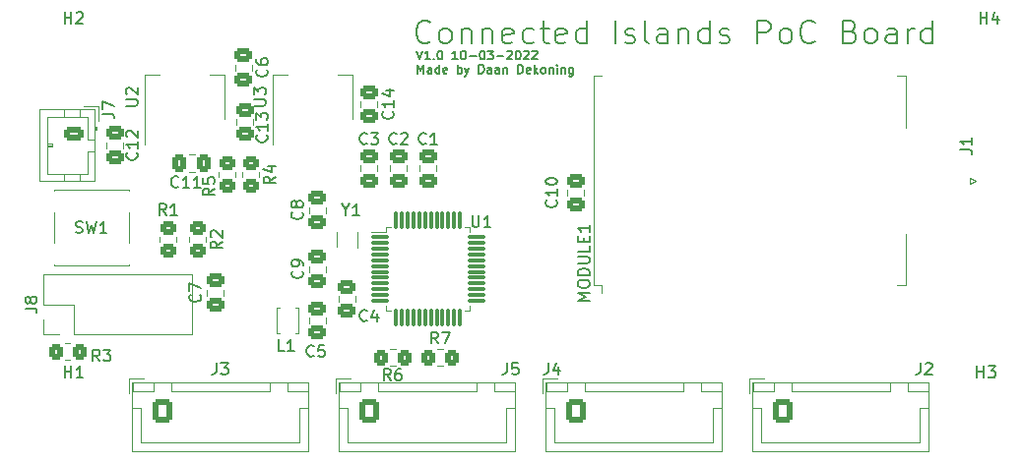
<source format=gto>
%TF.GenerationSoftware,KiCad,Pcbnew,(6.0.1)*%
%TF.CreationDate,2022-03-10T11:46:57+01:00*%
%TF.ProjectId,ci-poc-board,63692d70-6f63-42d6-926f-6172642e6b69,rev?*%
%TF.SameCoordinates,Original*%
%TF.FileFunction,Legend,Top*%
%TF.FilePolarity,Positive*%
%FSLAX46Y46*%
G04 Gerber Fmt 4.6, Leading zero omitted, Abs format (unit mm)*
G04 Created by KiCad (PCBNEW (6.0.1)) date 2022-03-10 11:46:57*
%MOMM*%
%LPD*%
G01*
G04 APERTURE LIST*
G04 Aperture macros list*
%AMRoundRect*
0 Rectangle with rounded corners*
0 $1 Rounding radius*
0 $2 $3 $4 $5 $6 $7 $8 $9 X,Y pos of 4 corners*
0 Add a 4 corners polygon primitive as box body*
4,1,4,$2,$3,$4,$5,$6,$7,$8,$9,$2,$3,0*
0 Add four circle primitives for the rounded corners*
1,1,$1+$1,$2,$3*
1,1,$1+$1,$4,$5*
1,1,$1+$1,$6,$7*
1,1,$1+$1,$8,$9*
0 Add four rect primitives between the rounded corners*
20,1,$1+$1,$2,$3,$4,$5,0*
20,1,$1+$1,$4,$5,$6,$7,0*
20,1,$1+$1,$6,$7,$8,$9,0*
20,1,$1+$1,$8,$9,$2,$3,0*%
G04 Aperture macros list end*
%ADD10C,0.150000*%
%ADD11C,0.120000*%
%ADD12RoundRect,0.250000X-0.600000X-0.725000X0.600000X-0.725000X0.600000X0.725000X-0.600000X0.725000X0*%
%ADD13O,1.700000X1.950000*%
%ADD14RoundRect,0.250000X0.337500X0.475000X-0.337500X0.475000X-0.337500X-0.475000X0.337500X-0.475000X0*%
%ADD15R,1.500000X2.000000*%
%ADD16R,3.800000X2.000000*%
%ADD17RoundRect,0.250000X-0.475000X0.337500X-0.475000X-0.337500X0.475000X-0.337500X0.475000X0.337500X0*%
%ADD18R,1.016000X1.524000*%
%ADD19R,1.524000X1.016000*%
%ADD20RoundRect,0.250000X-0.450000X0.350000X-0.450000X-0.350000X0.450000X-0.350000X0.450000X0.350000X0*%
%ADD21RoundRect,0.250000X0.475000X-0.337500X0.475000X0.337500X-0.475000X0.337500X-0.475000X-0.337500X0*%
%ADD22R,5.080000X1.500000*%
%ADD23RoundRect,0.250000X0.450000X-0.350000X0.450000X0.350000X-0.450000X0.350000X-0.450000X-0.350000X0*%
%ADD24RoundRect,0.250000X-0.350000X-0.450000X0.350000X-0.450000X0.350000X0.450000X-0.350000X0.450000X0*%
%ADD25C,5.600000*%
%ADD26R,1.000000X0.900000*%
%ADD27R,1.550000X1.300000*%
%ADD28RoundRect,0.075000X-0.662500X-0.075000X0.662500X-0.075000X0.662500X0.075000X-0.662500X0.075000X0*%
%ADD29RoundRect,0.075000X-0.075000X-0.662500X0.075000X-0.662500X0.075000X0.662500X-0.075000X0.662500X0*%
%ADD30RoundRect,0.250000X0.350000X0.450000X-0.350000X0.450000X-0.350000X-0.450000X0.350000X-0.450000X0*%
%ADD31R,1.700000X1.700000*%
%ADD32O,1.700000X1.700000*%
%ADD33RoundRect,0.250000X-0.625000X0.350000X-0.625000X-0.350000X0.625000X-0.350000X0.625000X0.350000X0*%
%ADD34O,1.750000X1.200000*%
%ADD35R,1.800000X1.000000*%
G04 APERTURE END LIST*
D10*
X93005928Y-52325535D02*
X93255928Y-53075535D01*
X93505928Y-52325535D01*
X94148785Y-53075535D02*
X93720214Y-53075535D01*
X93934500Y-53075535D02*
X93934500Y-52325535D01*
X93863071Y-52432678D01*
X93791642Y-52504107D01*
X93720214Y-52539821D01*
X94470214Y-53004107D02*
X94505928Y-53039821D01*
X94470214Y-53075535D01*
X94434500Y-53039821D01*
X94470214Y-53004107D01*
X94470214Y-53075535D01*
X94970214Y-52325535D02*
X95041642Y-52325535D01*
X95113071Y-52361250D01*
X95148785Y-52396964D01*
X95184500Y-52468392D01*
X95220214Y-52611250D01*
X95220214Y-52789821D01*
X95184500Y-52932678D01*
X95148785Y-53004107D01*
X95113071Y-53039821D01*
X95041642Y-53075535D01*
X94970214Y-53075535D01*
X94898785Y-53039821D01*
X94863071Y-53004107D01*
X94827357Y-52932678D01*
X94791642Y-52789821D01*
X94791642Y-52611250D01*
X94827357Y-52468392D01*
X94863071Y-52396964D01*
X94898785Y-52361250D01*
X94970214Y-52325535D01*
X96505928Y-53075535D02*
X96077357Y-53075535D01*
X96291642Y-53075535D02*
X96291642Y-52325535D01*
X96220214Y-52432678D01*
X96148785Y-52504107D01*
X96077357Y-52539821D01*
X96970214Y-52325535D02*
X97041642Y-52325535D01*
X97113071Y-52361250D01*
X97148785Y-52396964D01*
X97184500Y-52468392D01*
X97220214Y-52611250D01*
X97220214Y-52789821D01*
X97184500Y-52932678D01*
X97148785Y-53004107D01*
X97113071Y-53039821D01*
X97041642Y-53075535D01*
X96970214Y-53075535D01*
X96898785Y-53039821D01*
X96863071Y-53004107D01*
X96827357Y-52932678D01*
X96791642Y-52789821D01*
X96791642Y-52611250D01*
X96827357Y-52468392D01*
X96863071Y-52396964D01*
X96898785Y-52361250D01*
X96970214Y-52325535D01*
X97541642Y-52789821D02*
X98113071Y-52789821D01*
X98613071Y-52325535D02*
X98684500Y-52325535D01*
X98755928Y-52361250D01*
X98791642Y-52396964D01*
X98827357Y-52468392D01*
X98863071Y-52611250D01*
X98863071Y-52789821D01*
X98827357Y-52932678D01*
X98791642Y-53004107D01*
X98755928Y-53039821D01*
X98684500Y-53075535D01*
X98613071Y-53075535D01*
X98541642Y-53039821D01*
X98505928Y-53004107D01*
X98470214Y-52932678D01*
X98434500Y-52789821D01*
X98434500Y-52611250D01*
X98470214Y-52468392D01*
X98505928Y-52396964D01*
X98541642Y-52361250D01*
X98613071Y-52325535D01*
X99113071Y-52325535D02*
X99577357Y-52325535D01*
X99327357Y-52611250D01*
X99434500Y-52611250D01*
X99505928Y-52646964D01*
X99541642Y-52682678D01*
X99577357Y-52754107D01*
X99577357Y-52932678D01*
X99541642Y-53004107D01*
X99505928Y-53039821D01*
X99434500Y-53075535D01*
X99220214Y-53075535D01*
X99148785Y-53039821D01*
X99113071Y-53004107D01*
X99898785Y-52789821D02*
X100470214Y-52789821D01*
X100791642Y-52396964D02*
X100827357Y-52361250D01*
X100898785Y-52325535D01*
X101077357Y-52325535D01*
X101148785Y-52361250D01*
X101184500Y-52396964D01*
X101220214Y-52468392D01*
X101220214Y-52539821D01*
X101184500Y-52646964D01*
X100755928Y-53075535D01*
X101220214Y-53075535D01*
X101684500Y-52325535D02*
X101755928Y-52325535D01*
X101827357Y-52361250D01*
X101863071Y-52396964D01*
X101898785Y-52468392D01*
X101934500Y-52611250D01*
X101934500Y-52789821D01*
X101898785Y-52932678D01*
X101863071Y-53004107D01*
X101827357Y-53039821D01*
X101755928Y-53075535D01*
X101684500Y-53075535D01*
X101613071Y-53039821D01*
X101577357Y-53004107D01*
X101541642Y-52932678D01*
X101505928Y-52789821D01*
X101505928Y-52611250D01*
X101541642Y-52468392D01*
X101577357Y-52396964D01*
X101613071Y-52361250D01*
X101684500Y-52325535D01*
X102220214Y-52396964D02*
X102255928Y-52361250D01*
X102327357Y-52325535D01*
X102505928Y-52325535D01*
X102577357Y-52361250D01*
X102613071Y-52396964D01*
X102648785Y-52468392D01*
X102648785Y-52539821D01*
X102613071Y-52646964D01*
X102184500Y-53075535D01*
X102648785Y-53075535D01*
X102934500Y-52396964D02*
X102970214Y-52361250D01*
X103041642Y-52325535D01*
X103220214Y-52325535D01*
X103291642Y-52361250D01*
X103327357Y-52396964D01*
X103363071Y-52468392D01*
X103363071Y-52539821D01*
X103327357Y-52646964D01*
X102898785Y-53075535D01*
X103363071Y-53075535D01*
X93113071Y-54283035D02*
X93113071Y-53533035D01*
X93363071Y-54068750D01*
X93613071Y-53533035D01*
X93613071Y-54283035D01*
X94291642Y-54283035D02*
X94291642Y-53890178D01*
X94255928Y-53818750D01*
X94184500Y-53783035D01*
X94041642Y-53783035D01*
X93970214Y-53818750D01*
X94291642Y-54247321D02*
X94220214Y-54283035D01*
X94041642Y-54283035D01*
X93970214Y-54247321D01*
X93934500Y-54175892D01*
X93934500Y-54104464D01*
X93970214Y-54033035D01*
X94041642Y-53997321D01*
X94220214Y-53997321D01*
X94291642Y-53961607D01*
X94970214Y-54283035D02*
X94970214Y-53533035D01*
X94970214Y-54247321D02*
X94898785Y-54283035D01*
X94755928Y-54283035D01*
X94684500Y-54247321D01*
X94648785Y-54211607D01*
X94613071Y-54140178D01*
X94613071Y-53925892D01*
X94648785Y-53854464D01*
X94684500Y-53818750D01*
X94755928Y-53783035D01*
X94898785Y-53783035D01*
X94970214Y-53818750D01*
X95613071Y-54247321D02*
X95541642Y-54283035D01*
X95398785Y-54283035D01*
X95327357Y-54247321D01*
X95291642Y-54175892D01*
X95291642Y-53890178D01*
X95327357Y-53818750D01*
X95398785Y-53783035D01*
X95541642Y-53783035D01*
X95613071Y-53818750D01*
X95648785Y-53890178D01*
X95648785Y-53961607D01*
X95291642Y-54033035D01*
X96541642Y-54283035D02*
X96541642Y-53533035D01*
X96541642Y-53818750D02*
X96613071Y-53783035D01*
X96755928Y-53783035D01*
X96827357Y-53818750D01*
X96863071Y-53854464D01*
X96898785Y-53925892D01*
X96898785Y-54140178D01*
X96863071Y-54211607D01*
X96827357Y-54247321D01*
X96755928Y-54283035D01*
X96613071Y-54283035D01*
X96541642Y-54247321D01*
X97148785Y-53783035D02*
X97327357Y-54283035D01*
X97505928Y-53783035D02*
X97327357Y-54283035D01*
X97255928Y-54461607D01*
X97220214Y-54497321D01*
X97148785Y-54533035D01*
X98363071Y-54283035D02*
X98363071Y-53533035D01*
X98541642Y-53533035D01*
X98648785Y-53568750D01*
X98720214Y-53640178D01*
X98755928Y-53711607D01*
X98791642Y-53854464D01*
X98791642Y-53961607D01*
X98755928Y-54104464D01*
X98720214Y-54175892D01*
X98648785Y-54247321D01*
X98541642Y-54283035D01*
X98363071Y-54283035D01*
X99434500Y-54283035D02*
X99434500Y-53890178D01*
X99398785Y-53818750D01*
X99327357Y-53783035D01*
X99184500Y-53783035D01*
X99113071Y-53818750D01*
X99434500Y-54247321D02*
X99363071Y-54283035D01*
X99184500Y-54283035D01*
X99113071Y-54247321D01*
X99077357Y-54175892D01*
X99077357Y-54104464D01*
X99113071Y-54033035D01*
X99184500Y-53997321D01*
X99363071Y-53997321D01*
X99434500Y-53961607D01*
X100113071Y-54283035D02*
X100113071Y-53890178D01*
X100077357Y-53818750D01*
X100005928Y-53783035D01*
X99863071Y-53783035D01*
X99791642Y-53818750D01*
X100113071Y-54247321D02*
X100041642Y-54283035D01*
X99863071Y-54283035D01*
X99791642Y-54247321D01*
X99755928Y-54175892D01*
X99755928Y-54104464D01*
X99791642Y-54033035D01*
X99863071Y-53997321D01*
X100041642Y-53997321D01*
X100113071Y-53961607D01*
X100470214Y-53783035D02*
X100470214Y-54283035D01*
X100470214Y-53854464D02*
X100505928Y-53818750D01*
X100577357Y-53783035D01*
X100684500Y-53783035D01*
X100755928Y-53818750D01*
X100791642Y-53890178D01*
X100791642Y-54283035D01*
X101720214Y-54283035D02*
X101720214Y-53533035D01*
X101898785Y-53533035D01*
X102005928Y-53568750D01*
X102077357Y-53640178D01*
X102113071Y-53711607D01*
X102148785Y-53854464D01*
X102148785Y-53961607D01*
X102113071Y-54104464D01*
X102077357Y-54175892D01*
X102005928Y-54247321D01*
X101898785Y-54283035D01*
X101720214Y-54283035D01*
X102755928Y-54247321D02*
X102684500Y-54283035D01*
X102541642Y-54283035D01*
X102470214Y-54247321D01*
X102434500Y-54175892D01*
X102434500Y-53890178D01*
X102470214Y-53818750D01*
X102541642Y-53783035D01*
X102684500Y-53783035D01*
X102755928Y-53818750D01*
X102791642Y-53890178D01*
X102791642Y-53961607D01*
X102434500Y-54033035D01*
X103113071Y-54283035D02*
X103113071Y-53533035D01*
X103184500Y-53997321D02*
X103398785Y-54283035D01*
X103398785Y-53783035D02*
X103113071Y-54068750D01*
X103827357Y-54283035D02*
X103755928Y-54247321D01*
X103720214Y-54211607D01*
X103684500Y-54140178D01*
X103684500Y-53925892D01*
X103720214Y-53854464D01*
X103755928Y-53818750D01*
X103827357Y-53783035D01*
X103934500Y-53783035D01*
X104005928Y-53818750D01*
X104041642Y-53854464D01*
X104077357Y-53925892D01*
X104077357Y-54140178D01*
X104041642Y-54211607D01*
X104005928Y-54247321D01*
X103934500Y-54283035D01*
X103827357Y-54283035D01*
X104398785Y-53783035D02*
X104398785Y-54283035D01*
X104398785Y-53854464D02*
X104434500Y-53818750D01*
X104505928Y-53783035D01*
X104613071Y-53783035D01*
X104684500Y-53818750D01*
X104720214Y-53890178D01*
X104720214Y-54283035D01*
X105077357Y-54283035D02*
X105077357Y-53783035D01*
X105077357Y-53533035D02*
X105041642Y-53568750D01*
X105077357Y-53604464D01*
X105113071Y-53568750D01*
X105077357Y-53533035D01*
X105077357Y-53604464D01*
X105434500Y-53783035D02*
X105434500Y-54283035D01*
X105434500Y-53854464D02*
X105470214Y-53818750D01*
X105541642Y-53783035D01*
X105648785Y-53783035D01*
X105720214Y-53818750D01*
X105755928Y-53890178D01*
X105755928Y-54283035D01*
X106434500Y-53783035D02*
X106434500Y-54390178D01*
X106398785Y-54461607D01*
X106363071Y-54497321D01*
X106291642Y-54533035D01*
X106184500Y-54533035D01*
X106113071Y-54497321D01*
X106434500Y-54247321D02*
X106363071Y-54283035D01*
X106220214Y-54283035D01*
X106148785Y-54247321D01*
X106113071Y-54211607D01*
X106077357Y-54140178D01*
X106077357Y-53925892D01*
X106113071Y-53854464D01*
X106148785Y-53818750D01*
X106220214Y-53783035D01*
X106363071Y-53783035D01*
X106434500Y-53818750D01*
X94188999Y-51514285D02*
X94093761Y-51609523D01*
X93808047Y-51704761D01*
X93617571Y-51704761D01*
X93331857Y-51609523D01*
X93141380Y-51419047D01*
X93046142Y-51228571D01*
X92950904Y-50847619D01*
X92950904Y-50561904D01*
X93046142Y-50180952D01*
X93141380Y-49990476D01*
X93331857Y-49800000D01*
X93617571Y-49704761D01*
X93808047Y-49704761D01*
X94093761Y-49800000D01*
X94188999Y-49895238D01*
X95331857Y-51704761D02*
X95141380Y-51609523D01*
X95046142Y-51514285D01*
X94950904Y-51323809D01*
X94950904Y-50752380D01*
X95046142Y-50561904D01*
X95141380Y-50466666D01*
X95331857Y-50371428D01*
X95617571Y-50371428D01*
X95808047Y-50466666D01*
X95903285Y-50561904D01*
X95998523Y-50752380D01*
X95998523Y-51323809D01*
X95903285Y-51514285D01*
X95808047Y-51609523D01*
X95617571Y-51704761D01*
X95331857Y-51704761D01*
X96855666Y-50371428D02*
X96855666Y-51704761D01*
X96855666Y-50561904D02*
X96950904Y-50466666D01*
X97141380Y-50371428D01*
X97427095Y-50371428D01*
X97617571Y-50466666D01*
X97712809Y-50657142D01*
X97712809Y-51704761D01*
X98665190Y-50371428D02*
X98665190Y-51704761D01*
X98665190Y-50561904D02*
X98760428Y-50466666D01*
X98950904Y-50371428D01*
X99236619Y-50371428D01*
X99427095Y-50466666D01*
X99522333Y-50657142D01*
X99522333Y-51704761D01*
X101236619Y-51609523D02*
X101046142Y-51704761D01*
X100665190Y-51704761D01*
X100474714Y-51609523D01*
X100379476Y-51419047D01*
X100379476Y-50657142D01*
X100474714Y-50466666D01*
X100665190Y-50371428D01*
X101046142Y-50371428D01*
X101236619Y-50466666D01*
X101331857Y-50657142D01*
X101331857Y-50847619D01*
X100379476Y-51038095D01*
X103046142Y-51609523D02*
X102855666Y-51704761D01*
X102474714Y-51704761D01*
X102284238Y-51609523D01*
X102188999Y-51514285D01*
X102093761Y-51323809D01*
X102093761Y-50752380D01*
X102188999Y-50561904D01*
X102284238Y-50466666D01*
X102474714Y-50371428D01*
X102855666Y-50371428D01*
X103046142Y-50466666D01*
X103617571Y-50371428D02*
X104379476Y-50371428D01*
X103903285Y-49704761D02*
X103903285Y-51419047D01*
X103998523Y-51609523D01*
X104188999Y-51704761D01*
X104379476Y-51704761D01*
X105808047Y-51609523D02*
X105617571Y-51704761D01*
X105236619Y-51704761D01*
X105046142Y-51609523D01*
X104950904Y-51419047D01*
X104950904Y-50657142D01*
X105046142Y-50466666D01*
X105236619Y-50371428D01*
X105617571Y-50371428D01*
X105808047Y-50466666D01*
X105903285Y-50657142D01*
X105903285Y-50847619D01*
X104950904Y-51038095D01*
X107617571Y-51704761D02*
X107617571Y-49704761D01*
X107617571Y-51609523D02*
X107427095Y-51704761D01*
X107046142Y-51704761D01*
X106855666Y-51609523D01*
X106760428Y-51514285D01*
X106665190Y-51323809D01*
X106665190Y-50752380D01*
X106760428Y-50561904D01*
X106855666Y-50466666D01*
X107046142Y-50371428D01*
X107427095Y-50371428D01*
X107617571Y-50466666D01*
X110093761Y-51704761D02*
X110093761Y-49704761D01*
X110950904Y-51609523D02*
X111141380Y-51704761D01*
X111522333Y-51704761D01*
X111712809Y-51609523D01*
X111808047Y-51419047D01*
X111808047Y-51323809D01*
X111712809Y-51133333D01*
X111522333Y-51038095D01*
X111236619Y-51038095D01*
X111046142Y-50942857D01*
X110950904Y-50752380D01*
X110950904Y-50657142D01*
X111046142Y-50466666D01*
X111236619Y-50371428D01*
X111522333Y-50371428D01*
X111712809Y-50466666D01*
X112950904Y-51704761D02*
X112760428Y-51609523D01*
X112665190Y-51419047D01*
X112665190Y-49704761D01*
X114569952Y-51704761D02*
X114569952Y-50657142D01*
X114474714Y-50466666D01*
X114284238Y-50371428D01*
X113903285Y-50371428D01*
X113712809Y-50466666D01*
X114569952Y-51609523D02*
X114379476Y-51704761D01*
X113903285Y-51704761D01*
X113712809Y-51609523D01*
X113617571Y-51419047D01*
X113617571Y-51228571D01*
X113712809Y-51038095D01*
X113903285Y-50942857D01*
X114379476Y-50942857D01*
X114569952Y-50847619D01*
X115522333Y-50371428D02*
X115522333Y-51704761D01*
X115522333Y-50561904D02*
X115617571Y-50466666D01*
X115808047Y-50371428D01*
X116093761Y-50371428D01*
X116284238Y-50466666D01*
X116379476Y-50657142D01*
X116379476Y-51704761D01*
X118189000Y-51704761D02*
X118189000Y-49704761D01*
X118189000Y-51609523D02*
X117998523Y-51704761D01*
X117617571Y-51704761D01*
X117427095Y-51609523D01*
X117331857Y-51514285D01*
X117236619Y-51323809D01*
X117236619Y-50752380D01*
X117331857Y-50561904D01*
X117427095Y-50466666D01*
X117617571Y-50371428D01*
X117998523Y-50371428D01*
X118189000Y-50466666D01*
X119046142Y-51609523D02*
X119236619Y-51704761D01*
X119617571Y-51704761D01*
X119808047Y-51609523D01*
X119903285Y-51419047D01*
X119903285Y-51323809D01*
X119808047Y-51133333D01*
X119617571Y-51038095D01*
X119331857Y-51038095D01*
X119141380Y-50942857D01*
X119046142Y-50752380D01*
X119046142Y-50657142D01*
X119141380Y-50466666D01*
X119331857Y-50371428D01*
X119617571Y-50371428D01*
X119808047Y-50466666D01*
X122284238Y-51704761D02*
X122284238Y-49704761D01*
X123046142Y-49704761D01*
X123236619Y-49800000D01*
X123331857Y-49895238D01*
X123427095Y-50085714D01*
X123427095Y-50371428D01*
X123331857Y-50561904D01*
X123236619Y-50657142D01*
X123046142Y-50752380D01*
X122284238Y-50752380D01*
X124569952Y-51704761D02*
X124379476Y-51609523D01*
X124284238Y-51514285D01*
X124189000Y-51323809D01*
X124189000Y-50752380D01*
X124284238Y-50561904D01*
X124379476Y-50466666D01*
X124569952Y-50371428D01*
X124855666Y-50371428D01*
X125046142Y-50466666D01*
X125141380Y-50561904D01*
X125236619Y-50752380D01*
X125236619Y-51323809D01*
X125141380Y-51514285D01*
X125046142Y-51609523D01*
X124855666Y-51704761D01*
X124569952Y-51704761D01*
X127236619Y-51514285D02*
X127141380Y-51609523D01*
X126855666Y-51704761D01*
X126665190Y-51704761D01*
X126379476Y-51609523D01*
X126189000Y-51419047D01*
X126093761Y-51228571D01*
X125998523Y-50847619D01*
X125998523Y-50561904D01*
X126093761Y-50180952D01*
X126189000Y-49990476D01*
X126379476Y-49800000D01*
X126665190Y-49704761D01*
X126855666Y-49704761D01*
X127141380Y-49800000D01*
X127236619Y-49895238D01*
X130284238Y-50657142D02*
X130569952Y-50752380D01*
X130665190Y-50847619D01*
X130760428Y-51038095D01*
X130760428Y-51323809D01*
X130665190Y-51514285D01*
X130569952Y-51609523D01*
X130379476Y-51704761D01*
X129617571Y-51704761D01*
X129617571Y-49704761D01*
X130284238Y-49704761D01*
X130474714Y-49800000D01*
X130569952Y-49895238D01*
X130665190Y-50085714D01*
X130665190Y-50276190D01*
X130569952Y-50466666D01*
X130474714Y-50561904D01*
X130284238Y-50657142D01*
X129617571Y-50657142D01*
X131903285Y-51704761D02*
X131712809Y-51609523D01*
X131617571Y-51514285D01*
X131522333Y-51323809D01*
X131522333Y-50752380D01*
X131617571Y-50561904D01*
X131712809Y-50466666D01*
X131903285Y-50371428D01*
X132188999Y-50371428D01*
X132379476Y-50466666D01*
X132474714Y-50561904D01*
X132569952Y-50752380D01*
X132569952Y-51323809D01*
X132474714Y-51514285D01*
X132379476Y-51609523D01*
X132188999Y-51704761D01*
X131903285Y-51704761D01*
X134284238Y-51704761D02*
X134284238Y-50657142D01*
X134188999Y-50466666D01*
X133998523Y-50371428D01*
X133617571Y-50371428D01*
X133427095Y-50466666D01*
X134284238Y-51609523D02*
X134093761Y-51704761D01*
X133617571Y-51704761D01*
X133427095Y-51609523D01*
X133331857Y-51419047D01*
X133331857Y-51228571D01*
X133427095Y-51038095D01*
X133617571Y-50942857D01*
X134093761Y-50942857D01*
X134284238Y-50847619D01*
X135236619Y-51704761D02*
X135236619Y-50371428D01*
X135236619Y-50752380D02*
X135331857Y-50561904D01*
X135427095Y-50466666D01*
X135617571Y-50371428D01*
X135808047Y-50371428D01*
X137331857Y-51704761D02*
X137331857Y-49704761D01*
X137331857Y-51609523D02*
X137141380Y-51704761D01*
X136760428Y-51704761D01*
X136569952Y-51609523D01*
X136474714Y-51514285D01*
X136379476Y-51323809D01*
X136379476Y-50752380D01*
X136474714Y-50561904D01*
X136569952Y-50466666D01*
X136760428Y-50371428D01*
X137141380Y-50371428D01*
X137331857Y-50466666D01*
X100758666Y-79214380D02*
X100758666Y-79928666D01*
X100711047Y-80071523D01*
X100615809Y-80166761D01*
X100472952Y-80214380D01*
X100377714Y-80214380D01*
X101711047Y-79214380D02*
X101234857Y-79214380D01*
X101187238Y-79690571D01*
X101234857Y-79642952D01*
X101330095Y-79595333D01*
X101568190Y-79595333D01*
X101663428Y-79642952D01*
X101711047Y-79690571D01*
X101758666Y-79785809D01*
X101758666Y-80023904D01*
X101711047Y-80119142D01*
X101663428Y-80166761D01*
X101568190Y-80214380D01*
X101330095Y-80214380D01*
X101234857Y-80166761D01*
X101187238Y-80119142D01*
X72509142Y-64034642D02*
X72461523Y-64082261D01*
X72318666Y-64129880D01*
X72223428Y-64129880D01*
X72080571Y-64082261D01*
X71985333Y-63987023D01*
X71937714Y-63891785D01*
X71890095Y-63701309D01*
X71890095Y-63558452D01*
X71937714Y-63367976D01*
X71985333Y-63272738D01*
X72080571Y-63177500D01*
X72223428Y-63129880D01*
X72318666Y-63129880D01*
X72461523Y-63177500D01*
X72509142Y-63225119D01*
X73461523Y-64129880D02*
X72890095Y-64129880D01*
X73175809Y-64129880D02*
X73175809Y-63129880D01*
X73080571Y-63272738D01*
X72985333Y-63367976D01*
X72890095Y-63415595D01*
X74413904Y-64129880D02*
X73842476Y-64129880D01*
X74128190Y-64129880D02*
X74128190Y-63129880D01*
X74032952Y-63272738D01*
X73937714Y-63367976D01*
X73842476Y-63415595D01*
X67992380Y-57069404D02*
X68801904Y-57069404D01*
X68897142Y-57021785D01*
X68944761Y-56974166D01*
X68992380Y-56878928D01*
X68992380Y-56688452D01*
X68944761Y-56593214D01*
X68897142Y-56545595D01*
X68801904Y-56497976D01*
X67992380Y-56497976D01*
X68087619Y-56069404D02*
X68040000Y-56021785D01*
X67992380Y-55926547D01*
X67992380Y-55688452D01*
X68040000Y-55593214D01*
X68087619Y-55545595D01*
X68182857Y-55497976D01*
X68278095Y-55497976D01*
X68420952Y-55545595D01*
X68992380Y-56117023D01*
X68992380Y-55497976D01*
X91273333Y-60301142D02*
X91225714Y-60348761D01*
X91082857Y-60396380D01*
X90987619Y-60396380D01*
X90844761Y-60348761D01*
X90749523Y-60253523D01*
X90701904Y-60158285D01*
X90654285Y-59967809D01*
X90654285Y-59824952D01*
X90701904Y-59634476D01*
X90749523Y-59539238D01*
X90844761Y-59444000D01*
X90987619Y-59396380D01*
X91082857Y-59396380D01*
X91225714Y-59444000D01*
X91273333Y-59491619D01*
X91654285Y-59491619D02*
X91701904Y-59444000D01*
X91797142Y-59396380D01*
X92035238Y-59396380D01*
X92130476Y-59444000D01*
X92178095Y-59491619D01*
X92225714Y-59586857D01*
X92225714Y-59682095D01*
X92178095Y-59824952D01*
X91606666Y-60396380D01*
X92225714Y-60396380D01*
X75786666Y-79214380D02*
X75786666Y-79928666D01*
X75739047Y-80071523D01*
X75643809Y-80166761D01*
X75500952Y-80214380D01*
X75405714Y-80214380D01*
X76167619Y-79214380D02*
X76786666Y-79214380D01*
X76453333Y-79595333D01*
X76596190Y-79595333D01*
X76691428Y-79642952D01*
X76739047Y-79690571D01*
X76786666Y-79785809D01*
X76786666Y-80023904D01*
X76739047Y-80119142D01*
X76691428Y-80166761D01*
X76596190Y-80214380D01*
X76310476Y-80214380D01*
X76215238Y-80166761D01*
X76167619Y-80119142D01*
X107865880Y-73826285D02*
X106865880Y-73826285D01*
X107580166Y-73492952D01*
X106865880Y-73159619D01*
X107865880Y-73159619D01*
X106865880Y-72492952D02*
X106865880Y-72302476D01*
X106913500Y-72207238D01*
X107008738Y-72112000D01*
X107199214Y-72064380D01*
X107532547Y-72064380D01*
X107723023Y-72112000D01*
X107818261Y-72207238D01*
X107865880Y-72302476D01*
X107865880Y-72492952D01*
X107818261Y-72588190D01*
X107723023Y-72683428D01*
X107532547Y-72731047D01*
X107199214Y-72731047D01*
X107008738Y-72683428D01*
X106913500Y-72588190D01*
X106865880Y-72492952D01*
X107865880Y-71635809D02*
X106865880Y-71635809D01*
X106865880Y-71397714D01*
X106913500Y-71254857D01*
X107008738Y-71159619D01*
X107103976Y-71112000D01*
X107294452Y-71064380D01*
X107437309Y-71064380D01*
X107627785Y-71112000D01*
X107723023Y-71159619D01*
X107818261Y-71254857D01*
X107865880Y-71397714D01*
X107865880Y-71635809D01*
X106865880Y-70635809D02*
X107675404Y-70635809D01*
X107770642Y-70588190D01*
X107818261Y-70540571D01*
X107865880Y-70445333D01*
X107865880Y-70254857D01*
X107818261Y-70159619D01*
X107770642Y-70112000D01*
X107675404Y-70064380D01*
X106865880Y-70064380D01*
X107865880Y-69112000D02*
X107865880Y-69588190D01*
X106865880Y-69588190D01*
X107342071Y-68778666D02*
X107342071Y-68445333D01*
X107865880Y-68302476D02*
X107865880Y-68778666D01*
X106865880Y-68778666D01*
X106865880Y-68302476D01*
X107865880Y-67350095D02*
X107865880Y-67921523D01*
X107865880Y-67635809D02*
X106865880Y-67635809D01*
X107008738Y-67731047D01*
X107103976Y-67826285D01*
X107151595Y-67921523D01*
X71461333Y-66492380D02*
X71128000Y-66016190D01*
X70889904Y-66492380D02*
X70889904Y-65492380D01*
X71270857Y-65492380D01*
X71366095Y-65540000D01*
X71413714Y-65587619D01*
X71461333Y-65682857D01*
X71461333Y-65825714D01*
X71413714Y-65920952D01*
X71366095Y-65968571D01*
X71270857Y-66016190D01*
X70889904Y-66016190D01*
X72413714Y-66492380D02*
X71842285Y-66492380D01*
X72128000Y-66492380D02*
X72128000Y-65492380D01*
X72032761Y-65635238D01*
X71937523Y-65730476D01*
X71842285Y-65778095D01*
X88733333Y-75541142D02*
X88685714Y-75588761D01*
X88542857Y-75636380D01*
X88447619Y-75636380D01*
X88304761Y-75588761D01*
X88209523Y-75493523D01*
X88161904Y-75398285D01*
X88114285Y-75207809D01*
X88114285Y-75064952D01*
X88161904Y-74874476D01*
X88209523Y-74779238D01*
X88304761Y-74684000D01*
X88447619Y-74636380D01*
X88542857Y-74636380D01*
X88685714Y-74684000D01*
X88733333Y-74731619D01*
X89590476Y-74969714D02*
X89590476Y-75636380D01*
X89352380Y-74588761D02*
X89114285Y-75303047D01*
X89733333Y-75303047D01*
X90937142Y-57560357D02*
X90984761Y-57607976D01*
X91032380Y-57750833D01*
X91032380Y-57846071D01*
X90984761Y-57988928D01*
X90889523Y-58084166D01*
X90794285Y-58131785D01*
X90603809Y-58179404D01*
X90460952Y-58179404D01*
X90270476Y-58131785D01*
X90175238Y-58084166D01*
X90080000Y-57988928D01*
X90032380Y-57846071D01*
X90032380Y-57750833D01*
X90080000Y-57607976D01*
X90127619Y-57560357D01*
X91032380Y-56607976D02*
X91032380Y-57179404D01*
X91032380Y-56893690D02*
X90032380Y-56893690D01*
X90175238Y-56988928D01*
X90270476Y-57084166D01*
X90318095Y-57179404D01*
X90365714Y-55750833D02*
X91032380Y-55750833D01*
X89984761Y-55988928D02*
X90699047Y-56227023D01*
X90699047Y-55607976D01*
X79012380Y-57069404D02*
X79821904Y-57069404D01*
X79917142Y-57021785D01*
X79964761Y-56974166D01*
X80012380Y-56878928D01*
X80012380Y-56688452D01*
X79964761Y-56593214D01*
X79917142Y-56545595D01*
X79821904Y-56497976D01*
X79012380Y-56497976D01*
X79012380Y-56117023D02*
X79012380Y-55497976D01*
X79393333Y-55831309D01*
X79393333Y-55688452D01*
X79440952Y-55593214D01*
X79488571Y-55545595D01*
X79583809Y-55497976D01*
X79821904Y-55497976D01*
X79917142Y-55545595D01*
X79964761Y-55593214D01*
X80012380Y-55688452D01*
X80012380Y-55974166D01*
X79964761Y-56069404D01*
X79917142Y-56117023D01*
X139764380Y-60833333D02*
X140478666Y-60833333D01*
X140621523Y-60880952D01*
X140716761Y-60976190D01*
X140764380Y-61119047D01*
X140764380Y-61214285D01*
X140764380Y-59833333D02*
X140764380Y-60404761D01*
X140764380Y-60119047D02*
X139764380Y-60119047D01*
X139907238Y-60214285D01*
X140002476Y-60309523D01*
X140050095Y-60404761D01*
X75636380Y-64174666D02*
X75160190Y-64508000D01*
X75636380Y-64746095D02*
X74636380Y-64746095D01*
X74636380Y-64365142D01*
X74684000Y-64269904D01*
X74731619Y-64222285D01*
X74826857Y-64174666D01*
X74969714Y-64174666D01*
X75064952Y-64222285D01*
X75112571Y-64269904D01*
X75160190Y-64365142D01*
X75160190Y-64746095D01*
X74636380Y-63269904D02*
X74636380Y-63746095D01*
X75112571Y-63793714D01*
X75064952Y-63746095D01*
X75017333Y-63650857D01*
X75017333Y-63412761D01*
X75064952Y-63317523D01*
X75112571Y-63269904D01*
X75207809Y-63222285D01*
X75445904Y-63222285D01*
X75541142Y-63269904D01*
X75588761Y-63317523D01*
X75636380Y-63412761D01*
X75636380Y-63650857D01*
X75588761Y-63746095D01*
X75541142Y-63793714D01*
X94845333Y-77542380D02*
X94512000Y-77066190D01*
X94273904Y-77542380D02*
X94273904Y-76542380D01*
X94654857Y-76542380D01*
X94750095Y-76590000D01*
X94797714Y-76637619D01*
X94845333Y-76732857D01*
X94845333Y-76875714D01*
X94797714Y-76970952D01*
X94750095Y-77018571D01*
X94654857Y-77066190D01*
X94273904Y-77066190D01*
X95178666Y-76542380D02*
X95845333Y-76542380D01*
X95416761Y-77542380D01*
X62738095Y-80472380D02*
X62738095Y-79472380D01*
X62738095Y-79948571D02*
X63309523Y-79948571D01*
X63309523Y-80472380D02*
X63309523Y-79472380D01*
X64309523Y-80472380D02*
X63738095Y-80472380D01*
X64023809Y-80472380D02*
X64023809Y-79472380D01*
X63928571Y-79615238D01*
X63833333Y-79710476D01*
X63738095Y-79758095D01*
X80842380Y-63158666D02*
X80366190Y-63492000D01*
X80842380Y-63730095D02*
X79842380Y-63730095D01*
X79842380Y-63349142D01*
X79890000Y-63253904D01*
X79937619Y-63206285D01*
X80032857Y-63158666D01*
X80175714Y-63158666D01*
X80270952Y-63206285D01*
X80318571Y-63253904D01*
X80366190Y-63349142D01*
X80366190Y-63730095D01*
X80175714Y-62301523D02*
X80842380Y-62301523D01*
X79794761Y-62539619D02*
X80509047Y-62777714D01*
X80509047Y-62158666D01*
X83161142Y-71286666D02*
X83208761Y-71334285D01*
X83256380Y-71477142D01*
X83256380Y-71572380D01*
X83208761Y-71715238D01*
X83113523Y-71810476D01*
X83018285Y-71858095D01*
X82827809Y-71905714D01*
X82684952Y-71905714D01*
X82494476Y-71858095D01*
X82399238Y-71810476D01*
X82304000Y-71715238D01*
X82256380Y-71572380D01*
X82256380Y-71477142D01*
X82304000Y-71334285D01*
X82351619Y-71286666D01*
X83256380Y-70810476D02*
X83256380Y-70620000D01*
X83208761Y-70524761D01*
X83161142Y-70477142D01*
X83018285Y-70381904D01*
X82827809Y-70334285D01*
X82446857Y-70334285D01*
X82351619Y-70381904D01*
X82304000Y-70429523D01*
X82256380Y-70524761D01*
X82256380Y-70715238D01*
X82304000Y-70810476D01*
X82351619Y-70858095D01*
X82446857Y-70905714D01*
X82684952Y-70905714D01*
X82780190Y-70858095D01*
X82827809Y-70810476D01*
X82875428Y-70715238D01*
X82875428Y-70524761D01*
X82827809Y-70429523D01*
X82780190Y-70381904D01*
X82684952Y-70334285D01*
X141478095Y-49992380D02*
X141478095Y-48992380D01*
X141478095Y-49468571D02*
X142049523Y-49468571D01*
X142049523Y-49992380D02*
X142049523Y-48992380D01*
X142954285Y-49325714D02*
X142954285Y-49992380D01*
X142716190Y-48944761D02*
X142478095Y-49659047D01*
X143097142Y-49659047D01*
X80113142Y-53934166D02*
X80160761Y-53981785D01*
X80208380Y-54124642D01*
X80208380Y-54219880D01*
X80160761Y-54362738D01*
X80065523Y-54457976D01*
X79970285Y-54505595D01*
X79779809Y-54553214D01*
X79636952Y-54553214D01*
X79446476Y-54505595D01*
X79351238Y-54457976D01*
X79256000Y-54362738D01*
X79208380Y-54219880D01*
X79208380Y-54124642D01*
X79256000Y-53981785D01*
X79303619Y-53934166D01*
X79208380Y-53077023D02*
X79208380Y-53267500D01*
X79256000Y-53362738D01*
X79303619Y-53410357D01*
X79446476Y-53505595D01*
X79636952Y-53553214D01*
X80017904Y-53553214D01*
X80113142Y-53505595D01*
X80160761Y-53457976D01*
X80208380Y-53362738D01*
X80208380Y-53172261D01*
X80160761Y-53077023D01*
X80113142Y-53029404D01*
X80017904Y-52981785D01*
X79779809Y-52981785D01*
X79684571Y-53029404D01*
X79636952Y-53077023D01*
X79589333Y-53172261D01*
X79589333Y-53362738D01*
X79636952Y-53457976D01*
X79684571Y-53505595D01*
X79779809Y-53553214D01*
X62738095Y-49992380D02*
X62738095Y-48992380D01*
X62738095Y-49468571D02*
X63309523Y-49468571D01*
X63309523Y-49992380D02*
X63309523Y-48992380D01*
X63738095Y-49087619D02*
X63785714Y-49040000D01*
X63880952Y-48992380D01*
X64119047Y-48992380D01*
X64214285Y-49040000D01*
X64261904Y-49087619D01*
X64309523Y-49182857D01*
X64309523Y-49278095D01*
X64261904Y-49420952D01*
X63690476Y-49992380D01*
X64309523Y-49992380D01*
X104314666Y-79208380D02*
X104314666Y-79922666D01*
X104267047Y-80065523D01*
X104171809Y-80160761D01*
X104028952Y-80208380D01*
X103933714Y-80208380D01*
X105219428Y-79541714D02*
X105219428Y-80208380D01*
X104981333Y-79160761D02*
X104743238Y-79875047D01*
X105362285Y-79875047D01*
X81621333Y-78176380D02*
X81145142Y-78176380D01*
X81145142Y-77176380D01*
X82478476Y-78176380D02*
X81907047Y-78176380D01*
X82192761Y-78176380D02*
X82192761Y-77176380D01*
X82097523Y-77319238D01*
X82002285Y-77414476D01*
X81907047Y-77462095D01*
X105005142Y-65180357D02*
X105052761Y-65227976D01*
X105100380Y-65370833D01*
X105100380Y-65466071D01*
X105052761Y-65608928D01*
X104957523Y-65704166D01*
X104862285Y-65751785D01*
X104671809Y-65799404D01*
X104528952Y-65799404D01*
X104338476Y-65751785D01*
X104243238Y-65704166D01*
X104148000Y-65608928D01*
X104100380Y-65466071D01*
X104100380Y-65370833D01*
X104148000Y-65227976D01*
X104195619Y-65180357D01*
X105100380Y-64227976D02*
X105100380Y-64799404D01*
X105100380Y-64513690D02*
X104100380Y-64513690D01*
X104243238Y-64608928D01*
X104338476Y-64704166D01*
X104386095Y-64799404D01*
X104100380Y-63608928D02*
X104100380Y-63513690D01*
X104148000Y-63418452D01*
X104195619Y-63370833D01*
X104290857Y-63323214D01*
X104481333Y-63275595D01*
X104719428Y-63275595D01*
X104909904Y-63323214D01*
X105005142Y-63370833D01*
X105052761Y-63418452D01*
X105100380Y-63513690D01*
X105100380Y-63608928D01*
X105052761Y-63704166D01*
X105005142Y-63751785D01*
X104909904Y-63799404D01*
X104719428Y-63847023D01*
X104481333Y-63847023D01*
X104290857Y-63799404D01*
X104195619Y-63751785D01*
X104148000Y-63704166D01*
X104100380Y-63608928D01*
X80113142Y-59570857D02*
X80160761Y-59618476D01*
X80208380Y-59761333D01*
X80208380Y-59856571D01*
X80160761Y-59999428D01*
X80065523Y-60094666D01*
X79970285Y-60142285D01*
X79779809Y-60189904D01*
X79636952Y-60189904D01*
X79446476Y-60142285D01*
X79351238Y-60094666D01*
X79256000Y-59999428D01*
X79208380Y-59856571D01*
X79208380Y-59761333D01*
X79256000Y-59618476D01*
X79303619Y-59570857D01*
X80208380Y-58618476D02*
X80208380Y-59189904D01*
X80208380Y-58904190D02*
X79208380Y-58904190D01*
X79351238Y-58999428D01*
X79446476Y-59094666D01*
X79494095Y-59189904D01*
X79208380Y-58285142D02*
X79208380Y-57666095D01*
X79589333Y-57999428D01*
X79589333Y-57856571D01*
X79636952Y-57761333D01*
X79684571Y-57713714D01*
X79779809Y-57666095D01*
X80017904Y-57666095D01*
X80113142Y-57713714D01*
X80160761Y-57761333D01*
X80208380Y-57856571D01*
X80208380Y-58142285D01*
X80160761Y-58237523D01*
X80113142Y-58285142D01*
X63690666Y-67968761D02*
X63833523Y-68016380D01*
X64071619Y-68016380D01*
X64166857Y-67968761D01*
X64214476Y-67921142D01*
X64262095Y-67825904D01*
X64262095Y-67730666D01*
X64214476Y-67635428D01*
X64166857Y-67587809D01*
X64071619Y-67540190D01*
X63881142Y-67492571D01*
X63785904Y-67444952D01*
X63738285Y-67397333D01*
X63690666Y-67302095D01*
X63690666Y-67206857D01*
X63738285Y-67111619D01*
X63785904Y-67064000D01*
X63881142Y-67016380D01*
X64119238Y-67016380D01*
X64262095Y-67064000D01*
X64595428Y-67016380D02*
X64833523Y-68016380D01*
X65024000Y-67302095D01*
X65214476Y-68016380D01*
X65452571Y-67016380D01*
X66357333Y-68016380D02*
X65785904Y-68016380D01*
X66071619Y-68016380D02*
X66071619Y-67016380D01*
X65976380Y-67159238D01*
X65881142Y-67254476D01*
X65785904Y-67302095D01*
X97790095Y-66508380D02*
X97790095Y-67317904D01*
X97837714Y-67413142D01*
X97885333Y-67460761D01*
X97980571Y-67508380D01*
X98171047Y-67508380D01*
X98266285Y-67460761D01*
X98313904Y-67413142D01*
X98361523Y-67317904D01*
X98361523Y-66508380D01*
X99361523Y-67508380D02*
X98790095Y-67508380D01*
X99075809Y-67508380D02*
X99075809Y-66508380D01*
X98980571Y-66651238D01*
X98885333Y-66746476D01*
X98790095Y-66794095D01*
X93813333Y-60301142D02*
X93765714Y-60348761D01*
X93622857Y-60396380D01*
X93527619Y-60396380D01*
X93384761Y-60348761D01*
X93289523Y-60253523D01*
X93241904Y-60158285D01*
X93194285Y-59967809D01*
X93194285Y-59824952D01*
X93241904Y-59634476D01*
X93289523Y-59539238D01*
X93384761Y-59444000D01*
X93527619Y-59396380D01*
X93622857Y-59396380D01*
X93765714Y-59444000D01*
X93813333Y-59491619D01*
X94765714Y-60396380D02*
X94194285Y-60396380D01*
X94480000Y-60396380D02*
X94480000Y-59396380D01*
X94384761Y-59539238D01*
X94289523Y-59634476D01*
X94194285Y-59682095D01*
X65746333Y-79065380D02*
X65413000Y-78589190D01*
X65174904Y-79065380D02*
X65174904Y-78065380D01*
X65555857Y-78065380D01*
X65651095Y-78113000D01*
X65698714Y-78160619D01*
X65746333Y-78255857D01*
X65746333Y-78398714D01*
X65698714Y-78493952D01*
X65651095Y-78541571D01*
X65555857Y-78589190D01*
X65174904Y-78589190D01*
X66079666Y-78065380D02*
X66698714Y-78065380D01*
X66365380Y-78446333D01*
X66508238Y-78446333D01*
X66603476Y-78493952D01*
X66651095Y-78541571D01*
X66698714Y-78636809D01*
X66698714Y-78874904D01*
X66651095Y-78970142D01*
X66603476Y-79017761D01*
X66508238Y-79065380D01*
X66222523Y-79065380D01*
X66127285Y-79017761D01*
X66079666Y-78970142D01*
X141195595Y-80472380D02*
X141195595Y-79472380D01*
X141195595Y-79948571D02*
X141767023Y-79948571D01*
X141767023Y-80472380D02*
X141767023Y-79472380D01*
X142147976Y-79472380D02*
X142767023Y-79472380D01*
X142433690Y-79853333D01*
X142576547Y-79853333D01*
X142671785Y-79900952D01*
X142719404Y-79948571D01*
X142767023Y-80043809D01*
X142767023Y-80281904D01*
X142719404Y-80377142D01*
X142671785Y-80424761D01*
X142576547Y-80472380D01*
X142290833Y-80472380D01*
X142195595Y-80424761D01*
X142147976Y-80377142D01*
X59347380Y-74506333D02*
X60061666Y-74506333D01*
X60204523Y-74553952D01*
X60299761Y-74649190D01*
X60347380Y-74792047D01*
X60347380Y-74887285D01*
X59775952Y-73887285D02*
X59728333Y-73982523D01*
X59680714Y-74030142D01*
X59585476Y-74077761D01*
X59537857Y-74077761D01*
X59442619Y-74030142D01*
X59395000Y-73982523D01*
X59347380Y-73887285D01*
X59347380Y-73696809D01*
X59395000Y-73601571D01*
X59442619Y-73553952D01*
X59537857Y-73506333D01*
X59585476Y-73506333D01*
X59680714Y-73553952D01*
X59728333Y-73601571D01*
X59775952Y-73696809D01*
X59775952Y-73887285D01*
X59823571Y-73982523D01*
X59871190Y-74030142D01*
X59966428Y-74077761D01*
X60156904Y-74077761D01*
X60252142Y-74030142D01*
X60299761Y-73982523D01*
X60347380Y-73887285D01*
X60347380Y-73696809D01*
X60299761Y-73601571D01*
X60252142Y-73553952D01*
X60156904Y-73506333D01*
X59966428Y-73506333D01*
X59871190Y-73553952D01*
X59823571Y-73601571D01*
X59775952Y-73696809D01*
X66000380Y-57737333D02*
X66714666Y-57737333D01*
X66857523Y-57784952D01*
X66952761Y-57880190D01*
X67000380Y-58023047D01*
X67000380Y-58118285D01*
X66000380Y-57356380D02*
X66000380Y-56689714D01*
X67000380Y-57118285D01*
X86899809Y-66016190D02*
X86899809Y-66492380D01*
X86566476Y-65492380D02*
X86899809Y-66016190D01*
X87233142Y-65492380D01*
X88090285Y-66492380D02*
X87518857Y-66492380D01*
X87804571Y-66492380D02*
X87804571Y-65492380D01*
X87709333Y-65635238D01*
X87614095Y-65730476D01*
X87518857Y-65778095D01*
X83132142Y-66206666D02*
X83179761Y-66254285D01*
X83227380Y-66397142D01*
X83227380Y-66492380D01*
X83179761Y-66635238D01*
X83084523Y-66730476D01*
X82989285Y-66778095D01*
X82798809Y-66825714D01*
X82655952Y-66825714D01*
X82465476Y-66778095D01*
X82370238Y-66730476D01*
X82275000Y-66635238D01*
X82227380Y-66492380D01*
X82227380Y-66397142D01*
X82275000Y-66254285D01*
X82322619Y-66206666D01*
X82655952Y-65635238D02*
X82608333Y-65730476D01*
X82560714Y-65778095D01*
X82465476Y-65825714D01*
X82417857Y-65825714D01*
X82322619Y-65778095D01*
X82275000Y-65730476D01*
X82227380Y-65635238D01*
X82227380Y-65444761D01*
X82275000Y-65349523D01*
X82322619Y-65301904D01*
X82417857Y-65254285D01*
X82465476Y-65254285D01*
X82560714Y-65301904D01*
X82608333Y-65349523D01*
X82655952Y-65444761D01*
X82655952Y-65635238D01*
X82703571Y-65730476D01*
X82751190Y-65778095D01*
X82846428Y-65825714D01*
X83036904Y-65825714D01*
X83132142Y-65778095D01*
X83179761Y-65730476D01*
X83227380Y-65635238D01*
X83227380Y-65444761D01*
X83179761Y-65349523D01*
X83132142Y-65301904D01*
X83036904Y-65254285D01*
X82846428Y-65254285D01*
X82751190Y-65301904D01*
X82703571Y-65349523D01*
X82655952Y-65444761D01*
X136318666Y-79208380D02*
X136318666Y-79922666D01*
X136271047Y-80065523D01*
X136175809Y-80160761D01*
X136032952Y-80208380D01*
X135937714Y-80208380D01*
X136747238Y-79303619D02*
X136794857Y-79256000D01*
X136890095Y-79208380D01*
X137128190Y-79208380D01*
X137223428Y-79256000D01*
X137271047Y-79303619D01*
X137318666Y-79398857D01*
X137318666Y-79494095D01*
X137271047Y-79636952D01*
X136699619Y-80208380D01*
X137318666Y-80208380D01*
X90765333Y-80716380D02*
X90432000Y-80240190D01*
X90193904Y-80716380D02*
X90193904Y-79716380D01*
X90574857Y-79716380D01*
X90670095Y-79764000D01*
X90717714Y-79811619D01*
X90765333Y-79906857D01*
X90765333Y-80049714D01*
X90717714Y-80144952D01*
X90670095Y-80192571D01*
X90574857Y-80240190D01*
X90193904Y-80240190D01*
X91622476Y-79716380D02*
X91432000Y-79716380D01*
X91336761Y-79764000D01*
X91289142Y-79811619D01*
X91193904Y-79954476D01*
X91146285Y-80144952D01*
X91146285Y-80525904D01*
X91193904Y-80621142D01*
X91241523Y-80668761D01*
X91336761Y-80716380D01*
X91527238Y-80716380D01*
X91622476Y-80668761D01*
X91670095Y-80621142D01*
X91717714Y-80525904D01*
X91717714Y-80287809D01*
X91670095Y-80192571D01*
X91622476Y-80144952D01*
X91527238Y-80097333D01*
X91336761Y-80097333D01*
X91241523Y-80144952D01*
X91193904Y-80192571D01*
X91146285Y-80287809D01*
X68937142Y-61094857D02*
X68984761Y-61142476D01*
X69032380Y-61285333D01*
X69032380Y-61380571D01*
X68984761Y-61523428D01*
X68889523Y-61618666D01*
X68794285Y-61666285D01*
X68603809Y-61713904D01*
X68460952Y-61713904D01*
X68270476Y-61666285D01*
X68175238Y-61618666D01*
X68080000Y-61523428D01*
X68032380Y-61380571D01*
X68032380Y-61285333D01*
X68080000Y-61142476D01*
X68127619Y-61094857D01*
X69032380Y-60142476D02*
X69032380Y-60713904D01*
X69032380Y-60428190D02*
X68032380Y-60428190D01*
X68175238Y-60523428D01*
X68270476Y-60618666D01*
X68318095Y-60713904D01*
X68127619Y-59761523D02*
X68080000Y-59713904D01*
X68032380Y-59618666D01*
X68032380Y-59380571D01*
X68080000Y-59285333D01*
X68127619Y-59237714D01*
X68222857Y-59190095D01*
X68318095Y-59190095D01*
X68460952Y-59237714D01*
X69032380Y-59809142D01*
X69032380Y-59190095D01*
X84161333Y-78589142D02*
X84113714Y-78636761D01*
X83970857Y-78684380D01*
X83875619Y-78684380D01*
X83732761Y-78636761D01*
X83637523Y-78541523D01*
X83589904Y-78446285D01*
X83542285Y-78255809D01*
X83542285Y-78112952D01*
X83589904Y-77922476D01*
X83637523Y-77827238D01*
X83732761Y-77732000D01*
X83875619Y-77684380D01*
X83970857Y-77684380D01*
X84113714Y-77732000D01*
X84161333Y-77779619D01*
X85066095Y-77684380D02*
X84589904Y-77684380D01*
X84542285Y-78160571D01*
X84589904Y-78112952D01*
X84685142Y-78065333D01*
X84923238Y-78065333D01*
X85018476Y-78112952D01*
X85066095Y-78160571D01*
X85113714Y-78255809D01*
X85113714Y-78493904D01*
X85066095Y-78589142D01*
X85018476Y-78636761D01*
X84923238Y-78684380D01*
X84685142Y-78684380D01*
X84589904Y-78636761D01*
X84542285Y-78589142D01*
X88733333Y-60301142D02*
X88685714Y-60348761D01*
X88542857Y-60396380D01*
X88447619Y-60396380D01*
X88304761Y-60348761D01*
X88209523Y-60253523D01*
X88161904Y-60158285D01*
X88114285Y-59967809D01*
X88114285Y-59824952D01*
X88161904Y-59634476D01*
X88209523Y-59539238D01*
X88304761Y-59444000D01*
X88447619Y-59396380D01*
X88542857Y-59396380D01*
X88685714Y-59444000D01*
X88733333Y-59491619D01*
X89066666Y-59396380D02*
X89685714Y-59396380D01*
X89352380Y-59777333D01*
X89495238Y-59777333D01*
X89590476Y-59824952D01*
X89638095Y-59872571D01*
X89685714Y-59967809D01*
X89685714Y-60205904D01*
X89638095Y-60301142D01*
X89590476Y-60348761D01*
X89495238Y-60396380D01*
X89209523Y-60396380D01*
X89114285Y-60348761D01*
X89066666Y-60301142D01*
X74369142Y-73318666D02*
X74416761Y-73366285D01*
X74464380Y-73509142D01*
X74464380Y-73604380D01*
X74416761Y-73747238D01*
X74321523Y-73842476D01*
X74226285Y-73890095D01*
X74035809Y-73937714D01*
X73892952Y-73937714D01*
X73702476Y-73890095D01*
X73607238Y-73842476D01*
X73512000Y-73747238D01*
X73464380Y-73604380D01*
X73464380Y-73509142D01*
X73512000Y-73366285D01*
X73559619Y-73318666D01*
X73464380Y-72985333D02*
X73464380Y-72318666D01*
X74464380Y-72747238D01*
X76270380Y-68746666D02*
X75794190Y-69080000D01*
X76270380Y-69318095D02*
X75270380Y-69318095D01*
X75270380Y-68937142D01*
X75318000Y-68841904D01*
X75365619Y-68794285D01*
X75460857Y-68746666D01*
X75603714Y-68746666D01*
X75698952Y-68794285D01*
X75746571Y-68841904D01*
X75794190Y-68937142D01*
X75794190Y-69318095D01*
X75365619Y-68365714D02*
X75318000Y-68318095D01*
X75270380Y-68222857D01*
X75270380Y-67984761D01*
X75318000Y-67889523D01*
X75365619Y-67841904D01*
X75460857Y-67794285D01*
X75556095Y-67794285D01*
X75698952Y-67841904D01*
X76270380Y-68413333D01*
X76270380Y-67794285D01*
D11*
X87100000Y-83112000D02*
X87100000Y-86062000D01*
X86350000Y-81612000D02*
X88150000Y-81612000D01*
X88150000Y-80862000D02*
X86350000Y-80862000D01*
X98150000Y-80862000D02*
X89650000Y-80862000D01*
X89650000Y-81612000D02*
X98150000Y-81612000D01*
X86340000Y-86822000D02*
X101460000Y-86822000D01*
X101450000Y-81612000D02*
X101450000Y-80862000D01*
X88150000Y-81612000D02*
X88150000Y-80862000D01*
X99650000Y-81612000D02*
X101450000Y-81612000D01*
X101460000Y-80852000D02*
X86340000Y-80852000D01*
X99650000Y-80862000D02*
X99650000Y-81612000D01*
X89650000Y-80862000D02*
X89650000Y-81612000D01*
X86340000Y-80852000D02*
X86340000Y-86822000D01*
X100700000Y-86062000D02*
X93900000Y-86062000D01*
X87300000Y-80562000D02*
X86050000Y-80562000D01*
X86350000Y-80862000D02*
X86350000Y-81612000D01*
X87100000Y-86062000D02*
X93900000Y-86062000D01*
X100700000Y-83112000D02*
X100700000Y-86062000D01*
X101450000Y-83112000D02*
X100700000Y-83112000D01*
X86050000Y-80562000D02*
X86050000Y-81812000D01*
X86350000Y-83112000D02*
X87100000Y-83112000D01*
X101460000Y-86822000D02*
X101460000Y-80852000D01*
X101450000Y-80862000D02*
X99650000Y-80862000D01*
X98150000Y-81612000D02*
X98150000Y-80862000D01*
X73921252Y-61262500D02*
X73398748Y-61262500D01*
X73921252Y-62732500D02*
X73398748Y-62732500D01*
X69630000Y-60407500D02*
X69630000Y-54397500D01*
X76450000Y-58157500D02*
X76450000Y-54397500D01*
X69630000Y-54397500D02*
X70890000Y-54397500D01*
X76450000Y-54397500D02*
X75190000Y-54397500D01*
X92175000Y-62201248D02*
X92175000Y-62723752D01*
X90705000Y-62201248D02*
X90705000Y-62723752D01*
X68560000Y-80852000D02*
X68560000Y-86822000D01*
X81870000Y-81612000D02*
X83670000Y-81612000D01*
X82920000Y-83112000D02*
X82920000Y-86062000D01*
X68570000Y-81612000D02*
X70370000Y-81612000D01*
X83680000Y-80852000D02*
X68560000Y-80852000D01*
X68570000Y-80862000D02*
X68570000Y-81612000D01*
X69320000Y-86062000D02*
X76120000Y-86062000D01*
X69320000Y-83112000D02*
X69320000Y-86062000D01*
X80370000Y-80862000D02*
X71870000Y-80862000D01*
X83670000Y-80862000D02*
X81870000Y-80862000D01*
X80370000Y-81612000D02*
X80370000Y-80862000D01*
X70370000Y-81612000D02*
X70370000Y-80862000D01*
X81870000Y-80862000D02*
X81870000Y-81612000D01*
X83670000Y-81612000D02*
X83670000Y-80862000D01*
X69520000Y-80562000D02*
X68270000Y-80562000D01*
X68560000Y-86822000D02*
X83680000Y-86822000D01*
X68570000Y-83112000D02*
X69320000Y-83112000D01*
X71870000Y-80862000D02*
X71870000Y-81612000D01*
X83670000Y-83112000D02*
X82920000Y-83112000D01*
X83680000Y-86822000D02*
X83680000Y-80852000D01*
X70370000Y-80862000D02*
X68570000Y-80862000D01*
X71870000Y-81612000D02*
X80370000Y-81612000D01*
X68270000Y-80562000D02*
X68270000Y-81812000D01*
X82920000Y-86062000D02*
X76120000Y-86062000D01*
X108887500Y-72500000D02*
X108887500Y-73152000D01*
X135077500Y-58928000D02*
X135077500Y-54500000D01*
X108887500Y-72500000D02*
X108197500Y-72500000D01*
X135077500Y-54500000D02*
X134337500Y-54500000D01*
X108197500Y-54500000D02*
X108887500Y-54500000D01*
X135077500Y-72500000D02*
X135077500Y-68072000D01*
X134337500Y-72500000D02*
X135077500Y-72500000D01*
X108197500Y-72500000D02*
X108197500Y-54500000D01*
X70893000Y-68352936D02*
X70893000Y-68807064D01*
X72363000Y-68352936D02*
X72363000Y-68807064D01*
X87730000Y-73942752D02*
X87730000Y-73420248D01*
X86260000Y-73942752D02*
X86260000Y-73420248D01*
X89635000Y-56656248D02*
X89635000Y-57178752D01*
X88165000Y-56656248D02*
X88165000Y-57178752D01*
X87470000Y-58157500D02*
X87470000Y-54397500D01*
X80650000Y-60407500D02*
X80650000Y-54397500D01*
X80650000Y-54397500D02*
X81910000Y-54397500D01*
X87470000Y-54397500D02*
X86210000Y-54397500D01*
X140562000Y-63250000D02*
X140562000Y-63750000D01*
X141062000Y-63500000D02*
X140562000Y-63250000D01*
X140562000Y-63750000D02*
X141062000Y-63500000D01*
X77443000Y-63219064D02*
X77443000Y-62764936D01*
X75973000Y-63219064D02*
X75973000Y-62764936D01*
X94784936Y-79475000D02*
X95239064Y-79475000D01*
X94784936Y-78005000D02*
X95239064Y-78005000D01*
X78005000Y-62764936D02*
X78005000Y-63219064D01*
X79475000Y-62764936D02*
X79475000Y-63219064D01*
X83720000Y-70858748D02*
X83720000Y-71381252D01*
X85190000Y-70858748D02*
X85190000Y-71381252D01*
X78855000Y-54028752D02*
X78855000Y-53506248D01*
X77385000Y-54028752D02*
X77385000Y-53506248D01*
X115930000Y-81612000D02*
X115930000Y-80862000D01*
X105930000Y-80862000D02*
X104130000Y-80862000D01*
X118480000Y-83112000D02*
X118480000Y-86062000D01*
X117430000Y-80862000D02*
X117430000Y-81612000D01*
X117430000Y-81612000D02*
X119230000Y-81612000D01*
X104880000Y-83112000D02*
X104880000Y-86062000D01*
X119240000Y-80852000D02*
X104120000Y-80852000D01*
X104120000Y-86822000D02*
X119240000Y-86822000D01*
X104130000Y-80862000D02*
X104130000Y-81612000D01*
X103830000Y-80562000D02*
X103830000Y-81812000D01*
X107430000Y-80862000D02*
X107430000Y-81612000D01*
X104130000Y-81612000D02*
X105930000Y-81612000D01*
X105080000Y-80562000D02*
X103830000Y-80562000D01*
X115930000Y-80862000D02*
X107430000Y-80862000D01*
X104880000Y-86062000D02*
X111680000Y-86062000D01*
X107430000Y-81612000D02*
X115930000Y-81612000D01*
X105930000Y-81612000D02*
X105930000Y-80862000D01*
X104120000Y-80852000D02*
X104120000Y-86822000D01*
X104130000Y-83112000D02*
X104880000Y-83112000D01*
X119230000Y-83112000D02*
X118480000Y-83112000D01*
X119230000Y-80862000D02*
X117430000Y-80862000D01*
X118480000Y-86062000D02*
X111680000Y-86062000D01*
X119240000Y-86822000D02*
X119240000Y-80852000D01*
X119230000Y-81612000D02*
X119230000Y-80862000D01*
X81005000Y-76675000D02*
X81005000Y-74455000D01*
X82615000Y-74455000D02*
X82825000Y-74455000D01*
X81215000Y-74455000D02*
X81005000Y-74455000D01*
X82825000Y-76675000D02*
X82615000Y-76675000D01*
X81215000Y-76675000D02*
X81005000Y-76675000D01*
X82825000Y-74455000D02*
X82825000Y-76675000D01*
X107415000Y-64276248D02*
X107415000Y-64798752D01*
X105945000Y-64276248D02*
X105945000Y-64798752D01*
X77497000Y-58180248D02*
X77497000Y-58702752D01*
X78967000Y-58180248D02*
X78967000Y-58702752D01*
X61794000Y-70794000D02*
X61794000Y-70764000D01*
X68254000Y-70764000D02*
X68254000Y-70794000D01*
X68254000Y-64334000D02*
X68254000Y-64364000D01*
X61794000Y-68864000D02*
X61794000Y-66264000D01*
X68254000Y-64334000D02*
X61794000Y-64334000D01*
X61794000Y-64334000D02*
X61794000Y-64364000D01*
X68254000Y-70794000D02*
X61794000Y-70794000D01*
X68254000Y-68864000D02*
X68254000Y-66264000D01*
X90820000Y-67510000D02*
X90370000Y-67510000D01*
X97140000Y-74730000D02*
X97590000Y-74730000D01*
X90370000Y-67960000D02*
X89080000Y-67960000D01*
X97590000Y-67510000D02*
X97590000Y-67960000D01*
X90370000Y-74730000D02*
X90370000Y-74280000D01*
X97590000Y-74730000D02*
X97590000Y-74280000D01*
X90370000Y-67510000D02*
X90370000Y-67960000D01*
X97140000Y-67510000D02*
X97590000Y-67510000D01*
X90820000Y-74730000D02*
X90370000Y-74730000D01*
X94715000Y-62723752D02*
X94715000Y-62201248D01*
X93245000Y-62723752D02*
X93245000Y-62201248D01*
X63219064Y-77497000D02*
X62764936Y-77497000D01*
X63219064Y-78967000D02*
X62764936Y-78967000D01*
X73715000Y-76773000D02*
X73715000Y-71573000D01*
X60895000Y-76773000D02*
X60895000Y-75443000D01*
X63495000Y-74173000D02*
X60895000Y-74173000D01*
X63495000Y-76773000D02*
X73715000Y-76773000D01*
X60895000Y-71573000D02*
X73715000Y-71573000D01*
X63495000Y-76773000D02*
X63495000Y-74173000D01*
X62225000Y-76773000D02*
X60895000Y-76773000D01*
X60895000Y-74173000D02*
X60895000Y-71573000D01*
X65310000Y-63512000D02*
X65310000Y-57392000D01*
X65510000Y-58852000D02*
X65310000Y-58852000D01*
X64700000Y-60952000D02*
X65310000Y-60952000D01*
X65410000Y-59152000D02*
X65410000Y-58852000D01*
X64700000Y-62902000D02*
X64700000Y-60952000D01*
X65310000Y-59152000D02*
X65510000Y-59152000D01*
X65610000Y-58342000D02*
X65610000Y-57092000D01*
X61700000Y-60352000D02*
X61700000Y-60552000D01*
X61200000Y-60352000D02*
X61700000Y-60352000D01*
X61200000Y-62902000D02*
X64700000Y-62902000D01*
X64000000Y-57392000D02*
X64000000Y-58002000D01*
X61200000Y-60452000D02*
X61700000Y-60452000D01*
X61700000Y-60552000D02*
X61200000Y-60552000D01*
X62700000Y-63512000D02*
X62700000Y-62902000D01*
X65310000Y-57392000D02*
X60590000Y-57392000D01*
X65610000Y-57092000D02*
X64360000Y-57092000D01*
X61200000Y-58002000D02*
X61200000Y-62902000D01*
X64700000Y-58002000D02*
X61200000Y-58002000D01*
X64000000Y-63512000D02*
X64000000Y-62902000D01*
X62700000Y-57392000D02*
X62700000Y-58002000D01*
X64700000Y-59952000D02*
X64700000Y-58002000D01*
X65310000Y-59952000D02*
X64700000Y-59952000D01*
X60590000Y-57392000D02*
X60590000Y-63512000D01*
X65510000Y-59152000D02*
X65510000Y-58852000D01*
X60590000Y-63512000D02*
X65310000Y-63512000D01*
X86120000Y-67905000D02*
X86120000Y-69255000D01*
X87870000Y-67905000D02*
X87870000Y-69255000D01*
X85190000Y-66301252D02*
X85190000Y-65778748D01*
X83720000Y-66301252D02*
X83720000Y-65778748D01*
X122660000Y-86062000D02*
X129460000Y-86062000D01*
X133710000Y-81612000D02*
X133710000Y-80862000D01*
X137020000Y-86822000D02*
X137020000Y-80852000D01*
X121910000Y-83112000D02*
X122660000Y-83112000D01*
X137010000Y-80862000D02*
X135210000Y-80862000D01*
X136260000Y-86062000D02*
X129460000Y-86062000D01*
X121900000Y-86822000D02*
X137020000Y-86822000D01*
X122660000Y-83112000D02*
X122660000Y-86062000D01*
X137010000Y-83112000D02*
X136260000Y-83112000D01*
X125210000Y-81612000D02*
X133710000Y-81612000D01*
X121910000Y-81612000D02*
X123710000Y-81612000D01*
X135210000Y-81612000D02*
X137010000Y-81612000D01*
X133710000Y-80862000D02*
X125210000Y-80862000D01*
X123710000Y-81612000D02*
X123710000Y-80862000D01*
X123710000Y-80862000D02*
X121910000Y-80862000D01*
X122860000Y-80562000D02*
X121610000Y-80562000D01*
X137020000Y-80852000D02*
X121900000Y-80852000D01*
X135210000Y-80862000D02*
X135210000Y-81612000D01*
X136260000Y-83112000D02*
X136260000Y-86062000D01*
X121610000Y-80562000D02*
X121610000Y-81812000D01*
X137010000Y-81612000D02*
X137010000Y-80862000D01*
X125210000Y-80862000D02*
X125210000Y-81612000D01*
X121910000Y-80862000D02*
X121910000Y-81612000D01*
X121900000Y-80852000D02*
X121900000Y-86822000D01*
X90720936Y-79475000D02*
X91175064Y-79475000D01*
X90720936Y-78005000D02*
X91175064Y-78005000D01*
X67791000Y-60713252D02*
X67791000Y-60190748D01*
X66321000Y-60713252D02*
X66321000Y-60190748D01*
X85190000Y-75826252D02*
X85190000Y-75303748D01*
X83720000Y-75826252D02*
X83720000Y-75303748D01*
X89635000Y-62723752D02*
X89635000Y-62201248D01*
X88165000Y-62723752D02*
X88165000Y-62201248D01*
X76427000Y-73413252D02*
X76427000Y-72890748D01*
X74957000Y-73413252D02*
X74957000Y-72890748D01*
X73433000Y-68352936D02*
X73433000Y-68807064D01*
X74903000Y-68352936D02*
X74903000Y-68807064D01*
%LPC*%
D12*
X88900000Y-83312000D03*
D13*
X91400000Y-83312000D03*
X93900000Y-83312000D03*
X96400000Y-83312000D03*
X98900000Y-83312000D03*
D14*
X74697500Y-61997500D03*
X72622500Y-61997500D03*
D15*
X70740000Y-59457500D03*
X73040000Y-59457500D03*
D16*
X73040000Y-53157500D03*
D15*
X75340000Y-59457500D03*
D17*
X91440000Y-61425000D03*
X91440000Y-63500000D03*
D12*
X71120000Y-83312000D03*
D13*
X73620000Y-83312000D03*
X76120000Y-83312000D03*
X78620000Y-83312000D03*
X81120000Y-83312000D03*
D18*
X109572500Y-72390000D03*
X110842500Y-72390000D03*
X112112500Y-72390000D03*
X113382500Y-72390000D03*
X114652500Y-72390000D03*
X115922500Y-72390000D03*
X117192500Y-72390000D03*
X118462500Y-72390000D03*
X119732500Y-72390000D03*
X121002500Y-72390000D03*
X122272500Y-72390000D03*
X123542500Y-72390000D03*
X124812500Y-72390000D03*
X126082500Y-72390000D03*
X127352500Y-72390000D03*
X128622500Y-72390000D03*
X129892500Y-72390000D03*
X131162500Y-72390000D03*
X132432500Y-72390000D03*
X133702500Y-72390000D03*
D19*
X134972500Y-67310000D03*
X134972500Y-66040000D03*
X134972500Y-64770000D03*
X134972500Y-63500000D03*
X134972500Y-62230000D03*
X134972500Y-60960000D03*
X134972500Y-59690000D03*
D18*
X133702500Y-54610000D03*
X132432500Y-54610000D03*
X131162500Y-54610000D03*
X129892500Y-54610000D03*
X128622500Y-54610000D03*
X127352500Y-54610000D03*
X126082500Y-54610000D03*
X124812500Y-54610000D03*
X123542500Y-54610000D03*
X122272500Y-54610000D03*
X121002500Y-54610000D03*
X119732500Y-54610000D03*
X118462500Y-54610000D03*
X117192500Y-54610000D03*
X115922500Y-54610000D03*
X114652500Y-54610000D03*
X113382500Y-54610000D03*
X112112500Y-54610000D03*
X110842500Y-54610000D03*
X109572500Y-54610000D03*
D20*
X71628000Y-67580000D03*
X71628000Y-69580000D03*
D21*
X86995000Y-74719000D03*
X86995000Y-72644000D03*
D17*
X88900000Y-55880000D03*
X88900000Y-57955000D03*
D15*
X81760000Y-59457500D03*
D16*
X84060000Y-53157500D03*
D15*
X84060000Y-59457500D03*
X86360000Y-59457500D03*
D22*
X144272000Y-63500000D03*
X144272000Y-59250000D03*
X144272000Y-67750000D03*
D23*
X76708000Y-63992000D03*
X76708000Y-61992000D03*
D24*
X94012000Y-78740000D03*
X96012000Y-78740000D03*
D25*
X63500000Y-83820000D03*
D20*
X78740000Y-61992000D03*
X78740000Y-63992000D03*
D17*
X84455000Y-70082500D03*
X84455000Y-72157500D03*
D25*
X142240000Y-53340000D03*
D21*
X78120000Y-54805000D03*
X78120000Y-52730000D03*
D25*
X63500000Y-53340000D03*
D12*
X106680000Y-83312000D03*
D13*
X109180000Y-83312000D03*
X111680000Y-83312000D03*
X114180000Y-83312000D03*
X116680000Y-83312000D03*
D26*
X81915000Y-76415000D03*
X81915000Y-74715000D03*
D17*
X106680000Y-63500000D03*
X106680000Y-65575000D03*
X78232000Y-57404000D03*
X78232000Y-59479000D03*
D27*
X68999000Y-69814000D03*
X61049000Y-69814000D03*
X61049000Y-65314000D03*
X68999000Y-65314000D03*
D28*
X89817500Y-68370000D03*
X89817500Y-68870000D03*
X89817500Y-69370000D03*
X89817500Y-69870000D03*
X89817500Y-70370000D03*
X89817500Y-70870000D03*
X89817500Y-71370000D03*
X89817500Y-71870000D03*
X89817500Y-72370000D03*
X89817500Y-72870000D03*
X89817500Y-73370000D03*
X89817500Y-73870000D03*
D29*
X91230000Y-75282500D03*
X91730000Y-75282500D03*
X92230000Y-75282500D03*
X92730000Y-75282500D03*
X93230000Y-75282500D03*
X93730000Y-75282500D03*
X94230000Y-75282500D03*
X94730000Y-75282500D03*
X95230000Y-75282500D03*
X95730000Y-75282500D03*
X96230000Y-75282500D03*
X96730000Y-75282500D03*
D28*
X98142500Y-73870000D03*
X98142500Y-73370000D03*
X98142500Y-72870000D03*
X98142500Y-72370000D03*
X98142500Y-71870000D03*
X98142500Y-71370000D03*
X98142500Y-70870000D03*
X98142500Y-70370000D03*
X98142500Y-69870000D03*
X98142500Y-69370000D03*
X98142500Y-68870000D03*
X98142500Y-68370000D03*
D29*
X96730000Y-66957500D03*
X96230000Y-66957500D03*
X95730000Y-66957500D03*
X95230000Y-66957500D03*
X94730000Y-66957500D03*
X94230000Y-66957500D03*
X93730000Y-66957500D03*
X93230000Y-66957500D03*
X92730000Y-66957500D03*
X92230000Y-66957500D03*
X91730000Y-66957500D03*
X91230000Y-66957500D03*
D21*
X93980000Y-63500000D03*
X93980000Y-61425000D03*
D30*
X63992000Y-78232000D03*
X61992000Y-78232000D03*
D25*
X141957500Y-83820000D03*
D31*
X62225000Y-75443000D03*
D32*
X62225000Y-72903000D03*
X64765000Y-75443000D03*
X64765000Y-72903000D03*
X67305000Y-75443000D03*
X67305000Y-72903000D03*
X69845000Y-75443000D03*
X69845000Y-72903000D03*
X72385000Y-75443000D03*
X72385000Y-72903000D03*
D33*
X63500000Y-59452000D03*
D34*
X63500000Y-61452000D03*
D35*
X86995000Y-69830000D03*
X86995000Y-67330000D03*
D21*
X84455000Y-67077500D03*
X84455000Y-65002500D03*
D12*
X124460000Y-83312000D03*
D13*
X126960000Y-83312000D03*
X129460000Y-83312000D03*
X131960000Y-83312000D03*
X134460000Y-83312000D03*
D24*
X89948000Y-78740000D03*
X91948000Y-78740000D03*
D21*
X67056000Y-61489500D03*
X67056000Y-59414500D03*
X84455000Y-76602500D03*
X84455000Y-74527500D03*
X88900000Y-63500000D03*
X88900000Y-61425000D03*
X75692000Y-74189500D03*
X75692000Y-72114500D03*
D20*
X74168000Y-67580000D03*
X74168000Y-69580000D03*
M02*

</source>
